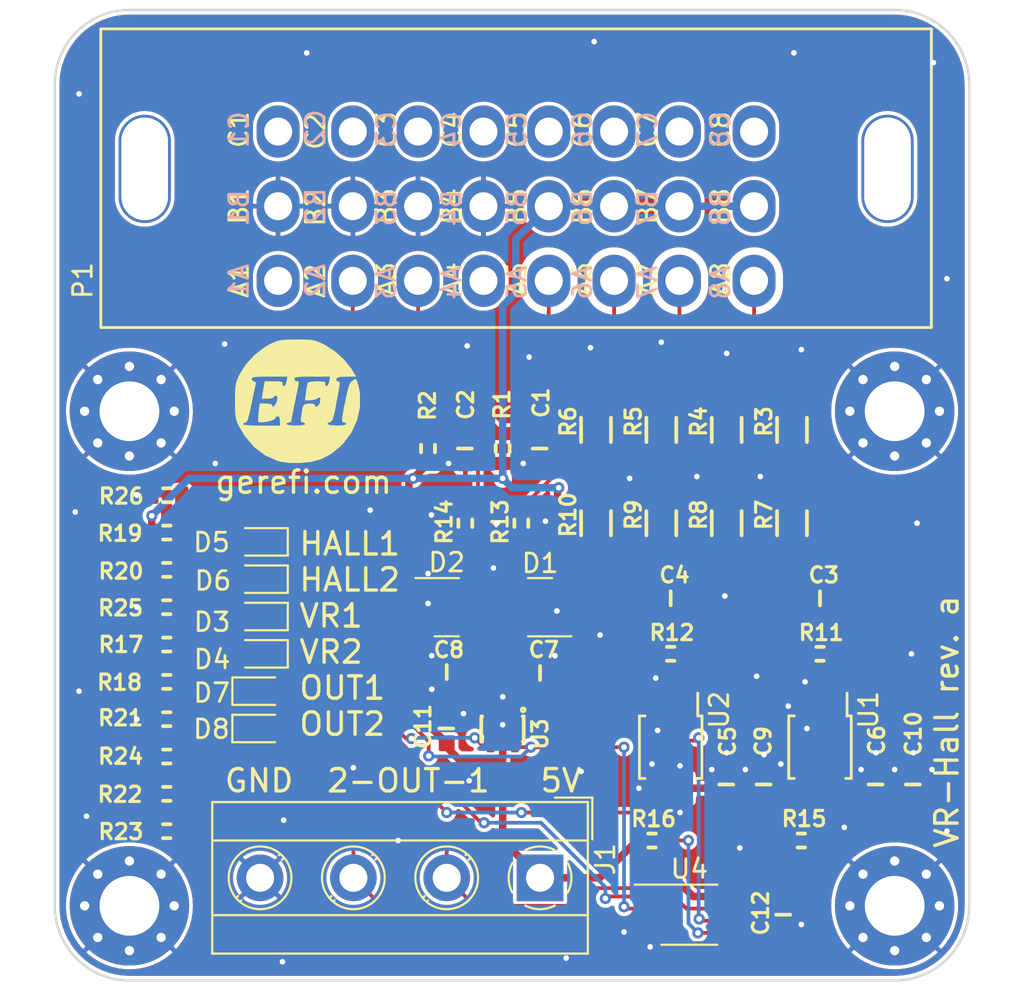
<source format=kicad_pcb>
(kicad_pcb (version 20221018) (generator pcbnew)
  (title_block (title "GDI 4ch") (date "2023-05-14") (rev "Rev. d") (company "http://gerefi.com/"))
  (layers (0 "F.Cu" signal) (31 "B.Cu" signal) (34 "B.Paste" user) (35 "F.Paste" user) (36 "B.SilkS" user "B.Silkscreen") (37 "F.SilkS" user "F.Silkscreen") (38 "B.Mask" user) (39 "F.Mask" user) (44 "Edge.Cuts" user))
  (net 0 "")
  (net 1 "/IN_HALL1")
  (net 2 "GND")
  (net 3 "/IN_HALL2")
  (net 4 "Net-(U1-IN-)")
  (net 5 "Net-(U1-IN+)")
  (net 6 "Net-(U2-IN-)")
  (net 7 "Net-(U2-IN+)")
  (net 8 "+5V")
  (net 9 "Net-(C7-Pad1)")
  (net 10 "Net-(C8-Pad1)")
  (net 11 "/VR1")
  (net 12 "Net-(D3-A)")
  (net 13 "/VR2")
  (net 14 "Net-(D4-A)")
  (net 15 "/HALL1")
  (net 16 "/HALL2")
  (net 17 "Net-(D7-K)")
  (net 18 "/OUT1")
  (net 19 "Net-(D8-K)")
  (net 20 "/OUT2")
  (net 23 "/IN_VR2-")
  (net 24 "/IN_VR2+")
  (net 25 "/IN_VR1-")
  (net 26 "/IN_VR1+")
  (net 35 "Net-(R3-Pad1)")
  (net 36 "Net-(R4-Pad1)")
  (net 37 "Net-(R5-Pad1)")
  (net 38 "Net-(R10-Pad2)")
  (net 43 "Net-(D5-A)")
  (net 44 "Net-(D6-A)")
  (footprint "Package_SO:MSOP-10_3x3mm_P0.5mm" (layer "F.Cu") (at 111 131.5 -90)
    (fp_text reference "U1")
    (fp_text value "MAX9924UAUB+")
  )
  (footprint "hellen-one-common:C0603" (layer "F.Cu") (at 111 123.5)
    (fp_text reference "C3")
    (fp_text value "1n" hide)
  )
  (footprint "LED_SMD:LED_0603_1608Metric" (layer "F.Cu") (at 81 130.5)
    (fp_text reference "D8")
    (fp_text value "GREEN")
  )
  (footprint "hellen-one-common:R1206" (layer "F.Cu") (at 99 114.5 90)
    (fp_text reference "R6")
    (fp_text value "4.7k" hide)
  )
  (footprint "hellen-one-common:R0603" (layer "F.Cu") (at 76 134 180)
    (fp_text reference "R22")
    (fp_text value "10k" hide)
  )
  (footprint "hellen-one-common:R0603" (layer "F.Cu") (at 102 136.5 180)
    (fp_text reference "R16")
    (fp_text value "10k" hide)
  )
  (footprint "hellen-one-common:R0603" (layer "F.Cu") (at 76 130 180)
    (fp_text reference "R21")
    (fp_text value "10k" hide)
  )
  (footprint "hellen-one-common:R0603" (layer "F.Cu") (at 110 136.5 180)
    (fp_text reference "R15")
    (fp_text value "10k" hide)
  )
  (footprint "hellen-one-common:C0603" (layer "F.Cu") (at 103 123.5)
    (fp_text reference "C4")
    (fp_text value "1n" hide)
  )
  (footprint "hellen-one-common:C0603" (layer "F.Cu") (at 109 140.475 90)
    (fp_text reference "C12")
    (fp_text value "100n" hide)
  )
  (footprint "hellen-one-common:R0603" (layer "F.Cu") (at 76 120 180)
    (fp_text reference "R19")
    (fp_text value "10k" hide)
  )
  (footprint "hellen-one-common:SOT-363" (layer "F.Cu") (at 94 130.5 -90)
    (fp_text reference "U3")
    (fp_text value "74HC2G17GW")
  )
  (footprint "hellen-one-common:R0603" (layer "F.Cu") (at 76 128 180)
    (fp_text reference "R18")
    (fp_text value "10k" hide)
  )
  (footprint "hellen-one-common:R1206" (layer "F.Cu") (at 109.5 119.5 90)
    (fp_text reference "R7")
    (fp_text value "4.7k" hide)
  )
  (footprint "MountingHole:MountingHole_3.2mm_M3_Pad_Via" (layer "F.Cu") (at 74 140)
    (fp_text reference "H4" hide)
    (fp_text value "MountingHole_Pad")
  )
  (footprint "hellen-one-common:R0603" (layer "F.Cu") (at 111 126.5)
    (fp_text reference "R11")
    (fp_text value "DNP" hide)
  )
  (footprint "hellen-one-common:R0603" (layer "F.Cu") (at 90 115.5 90)
    (fp_text reference "R2")
    (fp_text value "4.7k" hide)
  )
  (footprint "hellen-one-common:R0603" (layer "F.Cu") (at 76 136 180)
    (fp_text reference "R23")
    (fp_text value "DNP" hide)
  )
  (footprint "hellen-one-common:R0603" (layer "F.Cu") (at 94 115.5 90)
    (fp_text reference "R1")
    (fp_text value "4.7k" hide)
  )
  (footprint "hellen-one-common:R1206" (layer "F.Cu") (at 109.5 114.5 90)
    (fp_text reference "R3")
    (fp_text value "4.7k" hide)
  )
  (footprint "hellen-one-common:R0603" (layer "F.Cu") (at 76 118 180)
    (fp_text reference "R26")
    (fp_text value "DNP" hide)
  )
  (footprint "TerminalBlock_MetzConnect:TerminalBlock_MetzConnect_Type055_RT01504HDWU_1x04_P5.00mm_Horizontal" (layer "F.Cu") (at 96 138.5 180)
    (fp_text reference "J1")
    (fp_text value "DNP")
  )
  (footprint "hellen-one-common:R0603" (layer "F.Cu") (at 76 122 180)
    (fp_text reference "R20")
    (fp_text value "10k" hide)
  )
  (footprint "LED_SMD:LED_0603_1608Metric" (layer "F.Cu") (at 81 126.5 180)
    (fp_text reference "D4")
    (fp_text value "GREEN")
  )
  (footprint "LED_SMD:LED_0603_1608Metric" (layer "F.Cu") (at 81 122.5 180)
    (fp_text reference "D6")
    (fp_text value "GREEN")
  )
  (footprint "hellen-one-common:C0603" (layer "F.Cu") (at 91 130.5 -90)
    (fp_text reference "C11")
    (fp_text value "100n" hide)
  )
  (footprint "LED_SMD:LED_0603_1608Metric" (layer "F.Cu") (at 81 128.5)
    (fp_text reference "D7")
    (fp_text value "GREEN")
  )
  (footprint "Package_SO:MSOP-8_3x3mm_P0.65mm" (layer "F.Cu") (at 104 140.475)
    (fp_text reference "U4")
    (fp_text value "74LVC2G86")
  )
  (footprint "hellen-one-common:R1206" (layer "F.Cu") (at 106 119.5 90)
    (fp_text reference "R8")
    (fp_text value "4.7k" hide)
  )
  (footprint "hellen-one-common:C0603" (layer "F.Cu") (at 108 133.5 -90)
    (fp_text reference "C9")
    (fp_text value "22u" hide)
  )
  (footprint "hellen-one-common:R0603" (layer "F.Cu") (at 95 119.5 90)
    (fp_text reference "R13")
    (fp_text value "4.7k" hide)
  )
  (footprint "hellen-one-common:C0603" (layer "F.Cu") (at 96 115.5 -90)
    (fp_text reference "C1")
    (fp_text value "1n" hide)
  )
  (footprint "hellen-one-common:C0603" (layer "F.Cu") (at 114 133.5 -90)
    (fp_text reference "C6")
    (fp_text value "100n" hide)
  )
  (footprint "Package_SO:MSOP-10_3x3mm_P0.5mm" (layer "F.Cu") (at 103 131.5 -90)
    (fp_text reference "U2")
    (fp_text value "MAX9924UAUB+")
  )
  (footprint "MountingHole:MountingHole_3.2mm_M3_Pad_Via" (layer "F.Cu") (at 74 113.5)
    (fp_text reference "H1" hide)
    (fp_text value "MountingHole_Pad")
  )
  (footprint "hellen-one-common:C0603" (layer "F.Cu") (at 92 115.5 -90)
    (fp_text reference "C2")
    (fp_text value "1n" hide)
  )
  (footprint "hellen-one-common:C0603" (layer "F.Cu") (at 106 133.5 -90)
    (fp_text reference "C5")
    (fp_text value "100n" hide)
  )
  (footprint "hellen-one-common:C0603" (layer "F.Cu") (at 96 127.5)
    (fp_text reference "C7")
    (fp_text value "1n" hide)
  )
  (footprint "hellen-one-common:R0603" (layer "F.Cu") (at 92 119.5 90)
    (fp_text reference "R14")
    (fp_text value "4.7k" hide)
  )
  (footprint "hellen-one-common:R0603" (layer "F.Cu") (at 76 132 180)
    (fp_text reference "R24")
    (fp_text value "DNP" hide)
  )
  (footprint "hellen-one-common:R1206" (layer "F.Cu") (at 102.5 119.5 90)
    (fp_text reference "R9")
    (fp_text value "4.7k" hide)
  )
  (footprint "hellen-one-common:R0603" (layer "F.Cu") (at 76 126 180)
    (fp_text reference "R17")
    (fp_text value "10k" hide)
  )
  (footprint "hellen-one-common:C0603" (layer "F.Cu") (at 116 133.5 -90)
    (fp_text reference "C10")
    (fp_text value "22u" hide)
  )
  (footprint "MountingHole:MountingHole_3.2mm_M3_Pad_Via" (layer "F.Cu") (at 115 113.5)
    (fp_text reference "H2" hide)
    (fp_text value "MountingHole_Pad")
  )
  (footprint "hellen-one-common:R1206" (layer "F.Cu") (at 102.5 114.5 90)
    (fp_text reference "R5")
    (fp_text value "4.7k" hide)
  )
  (footprint "kicad6-libraries:33311-24AW-2" (layer "F.Cu") (at 81.9675 106.516)
    (fp_text reference "P1")
    (fp_text value "33311-24AW-2")
  )
  (footprint "LED_SMD:LED_0603_1608Metric" (layer "F.Cu") (at 81 124.5 180)
    (fp_text reference "D3")
    (fp_text value "GREEN")
  )
  (footprint "MountingHole:MountingHole_3.2mm_M3_Pad_Via" (layer "F.Cu") (at 115 140)
    (fp_text reference "H3" hide)
    (fp_text value "MountingHole_Pad")
  )
  (footprint "Package_TO_SOT_SMD:SOT-23" (layer "F.Cu") (at 96 124 180)
    (fp_text reference "D1")
    (fp_text value "BAT54S")
  )
  (footprint "hellen-one-common:R0603" (layer "F.Cu") (at 76 124 180)
    (fp_text reference "R25")
    (fp_text value "DNP" hide)
  )
  (footprint "hellen-one-common:R1206" (layer "F.Cu") (at 99 119.5 90)
    (fp_text reference "R10")
    (fp_text value "4.7k" hide)
  )
  (footprint "hellen-one-common:R0603" (layer "F.Cu") (at 103 126.5)
    (fp_text reference "R12")
    (fp_text value "DNP" hide)
  )
  (footprint "kicad6-libraries:gerefi_logo" (layer "F.Cu") (at 83 113)
    (fp_text reference "G1" hide)
    (fp_text value "gerefi_LOGO" hide)
  )
  (footprint "LED_SMD:LED_0603_1608Metric" (layer "F.Cu") (at 81 120.5 180)
    (fp_text reference "D5")
    (fp_text value "GREEN")
  )
  (footprint "hellen-one-common:R1206" (layer "F.Cu") (at 106 114.5 90)
    (fp_text reference "R4")
    (fp_text value "4.7k" hide)
  )
  (footprint "Package_TO_SOT_SMD:SOT-23" (layer "F.Cu") (at 91 124)
    (fp_text reference "D2")
    (fp_text value "BAT54S")
  )
  (footprint "hellen-one-common:C0603" (layer "F.Cu") (at 91 127.5 180)
    (fp_text reference "C8")
    (fp_text value "1n" hide)
  )
  (gr_arc (start 70 96) (mid 71.171573 93.171573) (end 74 92) (stroke (width 0.127)) (layer "Edge.Cuts"))
  (gr_arc (start 119 140) (mid 117.828427 142.828427) (end 115 144) (stroke (width 0.127)) (layer "Edge.Cuts"))
  (gr_line (start 74 92) (end 115 92) (stroke (width 0.127)) (layer "Edge.Cuts"))
  (gr_arc (start 74 144) (mid 71.171573 142.828427) (end 70 140) (stroke (width 0.127)) (layer "Edge.Cuts"))
  (gr_line (start 74 144) (end 115 144) (stroke (width 0.127)) (layer "Edge.Cuts"))
  (gr_arc (start 115 92) (mid 117.828427 93.171573) (end 119 96) (stroke (width 0.127)) (layer "Edge.Cuts"))
  (gr_line (start 70 140) (end 70 96) (stroke (width 0.127)) (layer "Edge.Cuts"))
  (gr_line (start 119 96) (end 119 140) (stroke (width 0.127)) (layer "Edge.Cuts"))
  (gr_text "HALL1\nHALL2\nVR1\nVR2\nOUT1\nOUT2" (at 83 130.96457) (layer "F.SilkS") (effects (font (size 1.2 1.2) (thickness 0.18)) (justify left bottom)))
  (gr_text "gerefi.com" (at 78.5 118) (layer "F.SilkS") (effects (font (size 1.2 1.2) (thickness 0.18)) (justify left bottom)))
  (gr_text "GND  2-OUT-1   5V" (at 79 134) (layer "F.SilkS") (effects (font (size 1.2 1.2) (thickness 0.18)) (justify left bottom)))
  (gr_text "VR-Hall rev. a" (at 118.5 137 90) (layer "F.SilkS") (effects (font (size 1.2 1.2) (thickness 0.18)) (justify left bottom)))
  (segment (start 96.675 117.025) (end 95 118.7) (width 0.2) (layer "F.Cu") (net 1))
  (segment (start 96 114.709999) (end 94.009999 114.709999) (width 0.2) (layer "F.Cu") (net 1))
  (segment (start 94.009999 114.709999) (end 94 114.7) (width 0.2) (layer "F.Cu") (net 1))
  (segment (start 89.4675 110.1675) (end 94 114.7) (width 0.2) (layer "F.Cu") (net 1))
  (segment (start 96.675 115.384999) (end 96.675 117.025) (width 0.2) (layer "F.Cu") (net 1))
  (segment (start 89.4675 106.516) (end 89.4675 110.1675) (width 0.2) (layer "F.Cu") (net 1))
  (segment (start 96 114.709999) (end 96.675 115.384999) (width 0.2) (layer "F.Cu") (net 1))
  (via (at 90 122.2) (size 0.6) (drill 0.3) (layers "F.Cu" "B.Cu") (net 2))
  (via (at 106 110.4) (size 0.6) (drill 0.3) (layers "F.Cu" "B.Cu") (net 2))
  (via (at 90.2 128.4) (size 0.6) (drill 0.3) (layers "F.Cu" "B.Cu") (net 2))
  (via (at 82.2 143) (size 0.6) (drill 0.3) (layers "F.Cu" "B.Cu") (net 2))
  (via (at 86.9 118.8) (size 0.6) (drill 0.3) (layers "F.Cu" "B.Cu") (net 2))
  (via (at 93.7 119.5) (size 0.6) (drill 0.3) (layers "F.Cu" "B.Cu") (net 2))
  (via (at 94 128.8) (size 0.6) (drill 0.3) (layers "F.Cu" "B.Cu") (net 2))
  (via (at 96.288 119.391801) (size 0.6) (drill 0.3) (layers "F.Cu" "B.Cu") (net 2))
  (via (at 74.4 118) (size 0.6) (drill 0.3) (layers "F.Cu" "B.Cu") (net 2))
  (via (at 95.1 116.3) (size 0.6) (drill 0.3) (layers "F.Cu" "B.Cu") (net 2))
  (via (at 93.5 121.9) (size 0.6) (drill 0.3) (layers "F.Cu" "B.Cu") (net 2))
  (via (at 79.1 109.9) (size 0.6) (drill 0.3) (layers "F.Cu" "B.Cu") (net 2))
  (via (at 91.9 129.7) (size 0.6) (drill 0.3) (layers "F.Cu" "B.Cu") (net 2))
  (via (at 92.1 110) (size 0.6) (drill 0.3) (layers "F.Cu" "B.Cu") (net 2))
  (via (at 96.8 126.6) (size 0.6) (drill 0.3) (layers "F.Cu" "B.Cu") (net 2))
  (via (at 74.4 130) (size 0.6) (drill 0.3) (layers "F.Cu" "B.Cu") (net 2))
  (via (at 116 131.8) (size 0.6) (drill 0.3) (layers "F.Cu" "B.Cu") (net 2))
  (via (at 91.1 116.3) (size 0.6) (drill 0.3) (layers "F.Cu" "B.Cu") (net 2))
  (via (at 98.7 110.1) (size 0.6) (drill 0.3) (layers "F.Cu" "B.Cu") (net 2))
  (via (at 106 131.8) (size 0.6) (drill 0.3) (layers "F.Cu" "B.Cu") (net 2))
  (via (at 82.263524 135.412469) (size 0.6) (drill 0.3) (layers "F.Cu" "B.Cu") (net 2))
  (via (at 113.2 132.7) (size 0.6) (drill 0.3) (layers "F.Cu" "B.Cu") (net 2))
  (via (at 90.2 126.6) (size 0.6) (drill 0.3) (layers "F.Cu" "B.Cu") (net 2))
  (via (at 97.4 142.8) (size 0.6) (drill 0.3) (layers "F.Cu" "B.Cu") (net 2))
  (via (at 110.2 128) (size 0.6) (drill 0.3) (layers "F.Cu" "B.Cu") (net 2))
  (via (at 117.074117 94.822643) (size 0.6) (drill 0.3) (layers "F.Cu" "B.Cu") (net 2))
  (via (at 109.3 129.3) (size 0.6) (drill 0.3) (layers "F.Cu" "B.Cu") (net 2))
  (via (at 71.7 135.2) (size 0.6) (drill 0.3) (layers "F.Cu" "B.Cu") (net 2))
  (via (at 110 141) (size 0.6) (drill 0.3) (layers "F.Cu" "B.Cu") (net 2))
  (via (at 99.217348 125.493297) (size 0.6) (drill 0.3) (layers "F.Cu" "B.Cu") (net 2))
  (via (at 107 132.7) (size 0.6) (drill 0.3) (layers "F.Cu" "B.Cu") (net 2))
  (via (at 88.4 136.5) (size 0.6) (drill 0.3) (layers "F.Cu" "B.Cu") (net 2))
  (via (at 103.5 132.5) (size 0.6) (drill 0.3) (layers "F.Cu" "B.Cu") (net 2))
  (via (at 98.2 132.8) (size 0.6) (drill 0.3) (layers "F.Cu" "B.Cu") (net 2))
  (via (at 71.3 128.5) (size 0.6) (drill 0.3) (layers "F.Cu" "B.Cu") (net 2))
  (via (at 100.5 141.4) (size 0.6) (drill 0.3) (layers "F.Cu" "B.Cu") (net 2))
  (via (at 117 132.7) (size 0.6) (drill 0.3) (layers "F.Cu" "B.Cu") (net 2))
  (via (at 96.9 124.2) (size 0.6) (drill 0.3) (layers "F.Cu" "B.Cu") (net 2))
  (via (at 92.2 133.3) (size 0.6) (drill 0.3) (layers "F.Cu" "B.Cu") (net 2))
  (via (at 112.3 135.8) (size 0.6) (drill 0.3) (layers "F.Cu" "B.Cu") (net 2))
  (via (at 101.3 133.7) (size 0.6) (drill 0.3) (layers "F.Cu" "B.Cu") (net 2))
  (via (at 114 131.8) (size 0.6) (drill 0.3) (layers "F.Cu" "B.Cu") (net 2))
  (via (at 74.4 124) (size 0.6) (drill 0.3) (layers "F.Cu" "B.Cu") (net 2))
  (via (at 90.179839 119.058798) (size 0.6) (drill 0.3) (layers "F.Cu" "B.Cu") (net 2))
  (via (at 117.8 106.4) (size 0.6) (drill 0.3) (layers "F.Cu" "B.Cu") (net 2))
  (via (at 117.8 136) (size 0.6) (drill 0.3) (layers "F.Cu" "B.Cu") (net 2))
  (via (at 71.3 96.5) (size 0.6) (drill 0.3) (layers "F.Cu" "B.Cu") (net 2))
  (via (at 78.6 116.3) (size 0.6) (drill 0.3) (layers "F.Cu" "B.Cu") (net 2))
  (via (at 116.2 119.5) (size 0.6) (drill 0.3) (layers "F.Cu" "B.Cu") (net 2))
  (via (at 102.5 109.8) (size 0.6) (drill 0.3) (layers "F.Cu" "B.Cu") (net 2))
  (via (at 105.9 123.4) (size 0.6) (drill 0.3) (layers "F.Cu" "B.Cu") (net 2))
  (via (at 90 123.8) (size 0.6) (drill 0.3) (layers "F.Cu" "B.Cu") (net 2))
  (via (at 86 132.6) (size 0.6) (drill 0.3) (layers "F.Cu" "B.Cu") (net 2))
  (via (at 103.5 135) (size 0.6) (drill 0.3) (layers "F.Cu" "B.Cu") (net 2))
  (via (at 102 132.4) (size 0.6) (drill 0.3) (layers "F.Cu" "B.Cu") (net 2))
  (via (at 110.3 130.5) (size 0.6) (drill 0.3) (layers "F.Cu" "B.Cu") (net 2))
  (via (at 102.3 130.6) (size 0.6) (drill 0.3) (layers "F.Cu" "B.Cu") (net 2))
  (via (at 101.9 142.2) (size 0.6) (drill 0.3) (layers "F.Cu" "B.Cu") (net 2))
  (via (at 71.1 118.9) (size 0.6) (drill 0.3) (layers "F.Cu" "B.Cu") (net 2))
  (via (at 95.41562 110.598878) (size 0.6) (drill 0.3) (layers "F.Cu" "B.Cu") (net 2))
  (via (at 110 110.2) (size 0.6) (drill 0.3) (layers "F.Cu" "B.Cu") (net 2))
  (via (at 108 131.9) (size 0.6) (drill 0.3) (layers "F.Cu" "B.Cu") (net 2))
  (via (at 104.4 117) (size 0.6) (drill 0.3) (layers "F.Cu" "B.Cu") (net 2))
  (via (at 94 130.3) (size 0.6) (drill 0.3) (layers "F.Cu" "B.Cu") (net 2))
  (via (at 105.2 132.7) (size 0.6) (drill 0.3) (layers "F.Cu" "B.Cu") (net 2))
  (via (at 108.9 132.4) (size 0.6) (drill 0.3) (layers "F.Cu" "B.Cu") (net 2))
  (via (at 109.6 94.3) (size 0.6) (drill 0.3) (layers "F.Cu" "B.Cu") (net 2))
  (via (at 106.7 136.9) (size 0.6) (drill 0.3) (layers "F.Cu" "B.Cu") (net 2))
  (via (at 115.9 126.5) (size 0.6) (drill 0.3) (layers "F.Cu" "B.Cu") (net 2))
  (via (at 107.8 117) (size 0.6) (drill 0.3) (layers "F.Cu" "B.Cu") (net 2))
  (via (at 102.2 127.8) (size 0.6) (drill 0.3) (layers "F.Cu" "B.Cu") (net 2))
  (via (at 115 132.7) (size 0.6) (drill 0.3) (layers "F.Cu" "B.Cu") (net 2))
  (via (at 107.6 127.7) (size 0.6) (drill 0.3) (layers "F.Cu" "B.Cu") (net 2))
  (via (at 100.8 117.1) (size 0.6) (drill 0.3) (layers "F.Cu" "B.Cu") (net 2))
  (via (at 98.9 93.7) (size 0.6) (drill 0.3) (layers "F.Cu" "B.Cu") (net 2))
  (via (at 83.5 94.3) (size 0.6) (drill 0.3) (layers "F.Cu" "B.Cu") (net 2))
  (segment (start 90 114.7) (end 85.9675 110.6675) (width 0.2) (layer "F.Cu") (net 3))
  (segment (start 92.675 115.384999) (end 92.675 118.025) (width 0.2) (layer "F.Cu") (net 3))
  (segment (start 92 114.709999) (end 90.009999 114.709999) (width 0.2) (layer "F.Cu") (net 3))
  (segment (start 90.009999 114.709999) (end 90 114.7) (width 0.2) (layer "F.Cu") (net 3))
  (segment (start 85.9675 110.6675) (end 85.9675 106.516) (width 0.2) (layer "F.Cu") (net 3))
  (segment (start 92.675 118.025) (end 92 118.7) (width 0.2) (layer "F.Cu") (net 3))
  (segment (start 92 114.709999) (end 92.675 115.384999) (width 0.2) (layer "F.Cu") (net 3))
  (segment (start 110.209999 123.5) (end 110.209999 126.490001) (width 0.2) (layer "F.Cu") (net 4))
  (segment (start 111.5 129.3) (end 111.5 127.8) (width 0.2) (layer "F.Cu") (net 4))
  (segment (start 110.209999 126.490001) (end 110.2 126.5) (width 0.2) (layer "F.Cu") (net 4))
  (segment (start 111.5 127.8) (end 110.2 126.5) (width 0.2) (layer "F.Cu") (net 4))
  (segment (start 108.54999 123.5) (end 110.209999 123.5) (width 0.2) (layer "F.Cu") (net 4))
  (segment (start 106 120.95001) (end 108.54999 123.5) (width 0.2) (layer "F.Cu") (net 4))
  (segment (start 109.5 121.209999) (end 111.790001 123.5) (width 0.2) (layer "F.Cu") (net 5))
  (segment (start 111.790001 126.490001) (end 111.8 126.5) (width 0.2) (layer "F.Cu") (net 5))
  (segment (start 109.5 120.95001) (end 109.5 121.209999) (width 0.2) (layer "F.Cu") (net 5))
  (segment (start 111.790001 123.5) (end 111.790001 126.490001) (width 0.2) (layer "F.Cu") (net 5))
  (segment (start 112 126.7) (end 112 129.3) (width 0.2) (layer "F.Cu") (net 5))
  (segment (start 111.8 126.5) (end 112 126.7) (width 0.2) (layer "F.Cu") (net 5))
  (segment (start 99 120.95001) (end 101.54999 123.5) (width 0.2) (layer "F.Cu") (net 6))
  (segment (start 102.2 123.509999) (end 102.209999 123.5) (width 0.2) (layer "F.Cu") (net 6))
  (segment (start 103.5 127.8) (end 102.2 126.5) (width 0.2) (layer "F.Cu") (net 6))
  (segment (start 102.2 126.5) (end 102.2 123.509999) (width 0.2) (layer "F.Cu") (net 6))
  (segment (start 103.5 129.3) (end 103.5 127.8) (width 0.2) (layer "F.Cu") (net 6))
  (segment (start 101.54999 123.5) (end 102.209999 123.5) (width 0.2) (layer "F.Cu") (net 6))
  (segment (start 102.5 120.95001) (end 103.790001 122.240011) (width 0.2) (layer "F.Cu") (net 7))
  (segment (start 103.790001 123.5) (end 103.790001 126.490001) (width 0.2) (layer "F.Cu") (net 7))
  (segment (start 103.790001 126.490001) (end 103.8 126.5) (width 0.2) (layer "F.Cu") (net 7))
  (segment (start 103.790001 122.240011) (end 103.790001 123.5) (width 0.2) (layer "F.Cu") (net 7))
  (segment (start 103.8 126.5) (end 104 126.7) (width 0.2) (layer "F.Cu") (net 7))
  (segment (start 104 126.7) (end 104 129.3) (width 0.2) (layer "F.Cu") (net 7))
  (segment (start 109 139.684999) (end 108.815001 139.5) (width 0.4) (layer "F.Cu") (net 8))
  (segment (start 75.8 122.6) (end 75.8 125.4) (width 0.2) (layer "F.Cu") (net 8))
  (segment (start 96 138.5) (end 94 136.5) (width 0.4) (layer "F.Cu") (net 8))
  (segment (start 91 131.5) (end 91 131.290001) (width 0.4) (layer "F.Cu") (net 8))
  (segment (start 93.875 132.125) (end 91.625 132.125) (width 0.4) (layer "F.Cu") (net 8))
  (segment (start 99.2 138.5) (end 96 138.5) (width 0.4) (layer "F.Cu") (net 8))
  (segment (start 76.2 133) (end 76.2 135) (width 0.2) (layer "F.Cu") (net 8))
  (segment (start 114 134.290001) (end 116 134.290001) (width 0.4) (layer "F.Cu") (net 8))
  (segment (start 111.85 132.5) (end 112 132.65) (width 0.4) (layer "F.Cu") (net 8))
  (segment (start 91.625 132.125) (end 91 131.5) (width 0.4) (layer "F.Cu") (net 8))
  (segment (start 94 117.1) (end 94 116.3) (width 0.4) (layer "F.Cu") (net 8))
  (segment (start 101.2 136.5) (end 99.2 138.5) (width 0.4) (layer "F.Cu") (net 8))
  (segment (start 94 132) (end 93.875 132.125) (width 0.4) (layer "F.Cu") (net 8))
  (segment (start 96.9375 117.6625) (end 97 117.6) (width 0.4) (layer "F.Cu") (net 8))
  (segment (start 75.2 132) (end 76.2 133) (width 0.2) (layer "F.Cu") (net 8))
  (segment (start 94 136.5) (end 94 131.45) (width 0.4) (layer "F.Cu") (net 8))
  (segment (start 75.2 120) (end 75.2 122) (width 0.2) (layer "F.Cu") (net 8))
  (segment (start 75.2 119.1) (end 75.2 120) (width 0.4) (layer "F.Cu") (net 8))
  (segment (start 106 134.290001) (end 108 134.290001) (width 0.4) (layer "F.Cu") (net 8))
  (segment (start 89.434999 125.577501) (end 90.0625 124.95) (width 0.4) (layer "F.Cu") (net 8))
  (segment (start 112 133.7) (end 113.409999 133.7) (width 0.4) (layer "F.Cu") (net 8))
  (segment (start 94 131.45) (end 94 132) (width 0.4) (layer "F.Cu") (net 8))
  (segment (start 113.409999 133.7) (end 114 134.290001) (width 0.4) (layer "F.Cu") (net 8))
  (segment (start 76.2 135) (end 75.2 136) (width 0.2) (layer "F.Cu") (net 8))
  (segment (start 109.2 139.484999) (end 109 139.684999) (width 0.4) (layer "F.Cu") (net 8))
  (segment (start 89.434999 129.299309) (end 89.434999 125.577501) (width 0.4) (layer "F.Cu") (net 8))
  (segment (start 104 133.7) (end 105.409999 133.7) (width 0.4) (layer "F.Cu") (net 8))
  (segment (start 105.409999 133.7) (end 106 134.290001) (width 0.4) (layer "F.Cu") (net 8))
  (segment (start 90.0625 124.95) (end 88.975 123.8625) (width 0.4) (layer "F.Cu") (net 8))
  (segment (start 96.9375 123.05) (end 96.9375 117.6625) (width 0.4) (layer "F.Cu") (net 8))
  (segment (start 88.975 117.325) (end 90 116.3) (width 0.4) (layer "F.Cu") (net 8))
  (segment (start 75.8 128.6) (end 75.8 131.4) (width 0.2) (layer "F.Cu") (net 8))
  (segment (start 108 134.290001) (end 108 135.3) (width 0.4) (layer "F.Cu") (net 8))
  (segment (start 89.449501 129.739502) (end 89.449501 129.313811) (width 0.4) (layer "F.Cu") (net 8))
  (segment (start 89.449501 129.313811) (end 89.434999 129.299309) (width 0.4) (layer "F.Cu") (net 8))
  (segment (start 75.2 128) (end 75.8 128.6) (width 0.2) (layer "F.Cu") (net 8))
  (segment (start 106.1125 139.5) (end 104.2 139.5) (width 0.4) (layer "F.Cu") (net 8))
  (segment (start 75.2 122) (end 75.8 122.6) (width 0.2) (layer "F.Cu") (net 8))
  (segment (start 91 131.290001) (end 89.449501 129.739502) (width 0.4) (layer "F.Cu") (net 8))
  (segment (start 112 132.65) (end 112 133.7) (width 0.4) (layer "F.Cu") (net 8))
  (segment (start 75.8 131.4) (end 75.2 132) (width 0.2) (layer "F.Cu") (net 8))
  (segment (start 104.2 139.5) (end 101.2 136.5) (width 0.4) (layer "F.Cu") (net 8))
  (segment (start 108 134.290001) (end 109.790001 132.5) (width 0.4) (layer "F.Cu") (net 8))
  (segment (start 109.790001 132.5) (end 111.85 132.5) (width 0.4) (layer "F.Cu") (net 8))
  (segment (start 109.2 136.5) (end 109.2 139.484999) (width 0.4) (layer "F.Cu") (net 8))
  (segment (start 108 135.3) (end 109.2 136.5) (width 0.4) (layer "F.Cu") (net 8))
  (segment (start 75.8 125.4) (end 75.2 126) (width 0.2) (layer "F.Cu") (net 8))
  (segment (start 75.2 126) (end 75.2 128) (width 0.2) (layer "F.Cu") (net 8))
  (segment (start 108.815001 139.5) (end 106.1125 139.5) (width 0.4) (layer "F.Cu") (net 8))
  (segment (start 88.975 123.8625) (end 88.975 117.325) (width 0.4) (layer "F.Cu") (net 8))
  (via (at 97 117.6) (size 0.6) (drill 0.3) (layers "F.Cu" "B.Cu") (net 8))
  (via (at 89.2 117.1) (size 0.6) (drill 0.3) (layers "F.Cu" "B.Cu") (net 8))
  (via (at 94 117.1) (size 0.6) (drill 0.3) (layers "F.Cu" "B.Cu") (net 8))
  (via (at 75.2 119.1) (size 0.6) (drill 0.3) (layers "F.Cu" "B.Cu") (net 8))
  (segment (start 89.2 117.1) (end 94 117.1) (width 0.4) (layer "B.Cu") (net 8))
  (segment (start 97 117.6) (end 94.5 117.6) (width 0.4) (layer "B.Cu") (net 8))
  (segment (start 94.7 107.15482) (end 94.7 104.2835) (width 0.4) (layer "B.Cu") (net 8))
  (segment (start 94.7 104.2835) (end 96.4675 102.516) (width 0.4) (layer "B.Cu") (net 8))
  (segment (start 77.2 117.1) (end 75.2 119.1) (width 0.4) (layer "B.Cu") (net 8))
  (segment (start 94.5 117.6) (end 94 117.1) (width 0.4) (layer "B.Cu") (net 8))
  (segment (start 94 107.85482) (end 94.7 107.15482) (width 0.4) (layer "B.Cu") (net 8))
  (segment (start 96.4675 102.516) (end 107.4675 102.516) (width 0.4) (layer "B.Cu") (net 8))
  (segment (start 89.2 117.1) (end 77.2 117.1) (width 0.4) (layer "B.Cu") (net 8))
  (segment (start 94 117.1) (end 94 107.85482) (width 0.4) (layer "B.Cu") (net 8))
  (segment (start 95.0625 124) (end 95.0625 127.352501) (width 0.2) (layer "F.Cu") (net 9))
  (segment (start 95.209999 127.5) (end 95.209999 128.990001) (width 0.2) (layer "F.Cu") (net 9))
  (segment (start 95.0625 120.3625) (end 95.0625 124) (width 0.2) (layer "F.Cu") (net 9))
  (segment (start 95.209999 128.990001) (end 94.65 129.55) (width 0.2) (layer "F.Cu") (net 9))
  (segment (start 95 120.3) (end 95.0625 120.3625) (width 0.2) (layer "F.Cu") (net 9))
  (segment (start 95.0625 127.352501) (end 95.209999 127.5) (width 0.2) (layer "F.Cu") (net 9))
  (segment (start 91.9375 127.352501) (end 91.790001 127.5) (width 0.2) (layer "F.Cu") (net 10))
  (segment (start 91.9375 124) (end 91.9375 127.352501) (width 0.2) (layer "F.Cu") (net 10))
  (segment (start 92 120.3) (end 92 123.9375) (width 0.2) (layer "F.Cu") (net 10))
  (segment (start 92 123.9375) (end 91.9375 124) (width 0.2) (layer "F.Cu") (net 10))
  (segment (start 91.790001 127.990001) (end 93.35 129.55) (width 0.2) (layer "F.Cu") (net 10))
  (segment (start 91.790001 127.5) (end 91.790001 127.990001) (width 0.2) (layer "F.Cu") (net 10))
  (segment (start 92.837 135.5495) (end 93 135.5495) (width 0.2) (layer "F.Cu") (net 11))
  (segment (start 110.5 136.2) (end 110.8 136.5) (width 0.2) (layer "F.Cu") (net 11))
  (segment (start 103.5 140.455025) (end 102.544975 139.5) (width 0.2) (layer "F.Cu") (net 11))
  (segment (start 102.544975 139.5) (end 101.8875 139.5) (width 0.2) (layer "F.Cu") (net 11))
  (segment (start 110 142) (end 104 142) (width 0.2) (layer "F.Cu") (net 11))
  (segment (start 104 142) (end 103.5 141.5) (width 0.2) (layer "F.Cu") (net 11))
  (segment (start 110.5 133.7) (end 110.5 136.2) (width 0.2) (layer "F.Cu") (net 11))
  (segment (start 101.8875 139.5) (end 99.605936 139.5) (width 0.2) (layer "F.Cu") (net 11))
  (segment (start 110.8 136.5) (end 110.8 141.2) (width 0.2) (layer "F.Cu") (net 11))
  (segment (start 81.7875 124.5) (end 92.837 135.5495) (width 0.2) (layer "F.Cu") (net 11))
  (segment (start 110.8 141.2) (end 110 142) (width 0.2) (layer "F.Cu") (net 11))
  (segment (start 103.5 141.5) (end 103.5 140.455025) (width 0.2) (layer "F.Cu") (net 11))
  (segment (start 99.605936 139.5) (end 99.5 139.605936) (width 0.2) (layer "F.Cu") (net 11))
  (via (at 93 135.5495) (size 0.6) (drill 0.3) (layers "F.Cu" "B.Cu") (net 11))
  (via (at 99.5 139.605936) (size 0.6) (drill 0.3) (layers "F.Cu" "B.Cu") (net 11))
  (segment (start 99.5 139) (end 99.5 139.605936) (width 0.2) (layer "B.Cu") (net 11))
  (segment (start 93 135.5495) (end 96.0495 135.5495) (width 0.2) (layer "B.Cu") (net 11))
  (segment (start 96.0495 135.5495) (end 99.5 139) (width 0.2) (layer "B.Cu") (net 11))
  (segment (start 80.2125 124.5) (end 78.3 124.5) (width 0.2) (layer "F.Cu") (net 12))
  (segment (start 78.3 124.5) (end 76.8 126) (width 0.2) (layer "F.Cu") (net 12))
  (segment (start 106.1125 141.45) (end 106.112 141.4505) (width 0.2) (layer "F.Cu") (net 13))
  (segment (start 95 135) (end 101.3 135) (width 0.2) (layer "F.Cu") (net 13))
  (segment (start 101.3 135) (end 102.8 136.5) (width 0.2) (layer "F.Cu") (net 13))
  (segment (start 82.5 126.5) (end 91 135) (width 0.2) (layer "F.Cu") (net 13))
  (segment (start 102.5 136.2) (end 102.8 136.5) (width 0.2) (layer "F.Cu") (net 13))
  (segment (start 102.8 136.5) (end 103.9505 136.5) (width 0.2) (layer "F.Cu") (net 13))
  (segment (start 102.5 133.7) (end 102.5 136.2) (width 0.2) (layer "F.Cu") (net 13))
  (segment (start 81.7875 126.5) (end 82.5 126.5) (width 0.2) (layer "F.Cu") (net 13))
  (segment (start 106.112 141.4505) (end 104.460976 141.4505) (width 0.2) (layer "F.Cu") (net 13))
  (via (at 103.9505 136.5) (size 0.6) (drill 0.3) (layers "F.Cu" "B.Cu") (net 13))
  (via (at 95 135) (size 0.6) (drill 0.3) (layers "F.Cu" "B.Cu") (net 13))
  (via (at 104.460976 141.4505) (size 0.6) (drill 0.3) (layers "F.Cu" "B.Cu") (net 13))
  (via (at 91 135) (size 0.6) (drill 0.3) (layers "F.Cu" "B.Cu") (net 13))
  (segment (start 103.9505 136.5) (end 103.9505 140.940024) (width 0.2) (layer "B.Cu") (net 13))
  (segment (start 91 135) (end 95 135) (width 0.2) (layer "B.Cu") (net 13))
  (segment (start 103.9505 140.940024) (end 104.460976 141.4505) (width 0.2) (layer "B.Cu") (net 13))
  (segment (start 76.8 128) (end 78.3 126.5) (width 0.2) (layer "F.Cu") (net 14))
  (segment (start 78.3 126.5) (end 80.2125 126.5) (width 0.2) (layer "F.Cu") (net 14))
  (segment (start 81.7875 120.5) (end 82.824501 121.537001) (width 0.2) (layer "F.Cu") (net 15))
  (segment (start 90.033951 131.192229) (end 90.033951 131.96934) (width 0.2) (layer "F.Cu") (net 15))
  (segment (start 95.5 131.5) (end 94.7 131.5) (width 0.2) (layer "F.Cu") (net 15))
  (segment (start 82.824501 121.537001) (end 82.824501 123.982779) (width 0.2) (layer "F.Cu") (net 15))
  (segment (start 100.5 131.5) (end 95.5 131.5) (width 0.2) (layer "F.Cu") (net 15))
  (segment (start 101.8875 140.15) (end 100.6005 140.15) (width 0.2) (layer "F.Cu") (net 15))
  (segment (start 94.7 131.5) (end 94.65 131.45) (width 0.2) (layer "F.Cu") (net 15))
  (segment (start 82.824501 123.982779) (end 90.033951 131.192229) (width 0.2) (layer "F.Cu") (net 15))
  (segment (start 100.6005 140.15) (end 100.5 140.0495) (width 0.2) (layer "F.Cu") (net 15))
  (via (at 100.5 131.5) (size 0.6) (drill 0.3) (layers "F.Cu" "B.Cu") (net 15))
  (via (at 100.5 140.0495) (size 0.6) (drill 0.3) (layers "F.Cu" "B.Cu") (net 15))
  (via (at 95.5 131.5) (size 0.6) (drill 0.3) (layers "F.Cu" "B.Cu") (net 15))
  (via (at 90.033951 131.96934) (size 0.6) (drill 0.3) (layers "F.Cu" "B.Cu") (net 15))
  (segment (start 90.064611 132) (end 90.033951 131.96934) (width 0.2) (layer "B.Cu") (net 15))
  (segment (start 95 132) (end 90.064611 132) (width 0.2) (layer "B.Cu") (net 15))
  (segment (start 100.5 131.5) (end 100.5 140.0495) (width 0.2) (layer "B.Cu") (net 15))
  (segment (start 95.5 131.5) (end 95 132) (width 0.2) (layer "B.Cu") (net 15))
  (segment (start 104.3505 131.1495) (end 102.072389 131.1495) (width 0.2) (layer "F.Cu") (net 16))
  (segment (start 92.95 131.45) (end 92.5 131) (width 0.2) (layer "F.Cu") (net 16))
  (segment (start 82.475 124.69323) (end 88.819822 131.038052) (width 0.2) (layer "F.Cu") (net 16))
  (segment (start 101.797889 130.875) (end 93.719878 130.875) (width 0.2) (layer "F.Cu") (net 16))
  (segment (start 106.1125 140.8) (end 104.621793 140.8) (width 0.2) (layer "F.Cu") (net 16))
  (segment (start 82.475 123.1875) (end 82.475 124.69323) (width 0.2) (layer "F.Cu") (net 16))
  (segment (start 104.5 131) (end 104.3505 131.1495) (width 0.2) (layer "F.Cu") (net 16))
  (segment (start 102.072389 131.1495) (end 101.797889 130.875) (width 0.2) (layer "F.Cu") (net 16))
  (segment (start 81.7875 122.5) (end 82.475 123.1875) (width 0.2) (layer "F.Cu") (net 16))
  (segment (start 93.35 131.244878) (end 93.35 131.45) (width 0.2) (layer "F.Cu") (net 16))
  (segment (start 88.819822 131.038052) (end 89.102663 131.038052) (width 0.2) (layer "F.Cu") (net 16))
  (segment (start 93.35 131.45) (end 92.95 131.45) (width 0.2) (layer "F.Cu") (net 16))
  (segment (start 93.719878 130.875) (end 93.35 131.244878) (width 0.2) (layer "F.Cu") (net 16))
  (segment (start 104.621793 140.8) (end 104.52558 140.703787) (width 0.2) (layer "F.Cu") (net 16))
  (via (at 89.102663 131.038052) (size 0.6) (drill 0.3) (layers "F.Cu" "B.Cu") (net 16))
  (via (at 104.5 131) (size 0.6) (drill 0.3) (layers "F.Cu" "B.Cu") (net 16))
  (via (at 104.52558 140.703787) (size 0.6) (drill 0.3) (layers "F.Cu" "B.Cu") (net 16))
  (via (at 92.5 131) (size 0.6) (drill 0.3) (layers "F.Cu" "B.Cu") (net 16))
  (segment (start 104.5 131) (end 104.5 140.678207) (width 0.2) (layer "B.Cu") (net 16))
  (segment (start 92.5 131) (end 89.140715 131) (width 0.2) (layer "B.Cu") (net 16))
  (segment (start 104.5 140.678207) (end 104.52558 140.703787) (width 0.2) (layer "B.Cu") (net 16))
  (segment (start 89.140715 131) (end 89.102663 131.038052) (width 0.2) (layer "B.Cu") (net 16))
  (segment (start 76.8 130) (end 78.3 128.5) (width 0.2) (layer "F.Cu") (net 17))
  (segment (start 76.8 132) (end 76.8 130) (width 0.2) (layer "F.Cu") (net 17))
  (segment (start 78.3 128.5) (end 80.2125 128.5) (width 0.2) (layer "F.Cu") (net 17))
  (segment (start 106.1125 140.15) (end 103.844975 140.15) (width 0.2) (layer "F.Cu") (net 18))
  (segment (start 97.5 140) (end 92.5 140) (width 0.2) (layer "F.Cu") (net 18))
  (segment (start 102.744975 139.05) (end 98.45 139.05) (width 0.2) (layer "F.Cu") (net 18))
  (segment (start 81.7875 128.5) (end 83 128.5) (width 0.2) (layer "F.Cu") (net 18))
  (segment (start 98.45 139.05) (end 97.5 140) (width 0.2) (layer "F.Cu") (net 18))
  (segment (start 91 136.5) (end 91 138.5) (width 0.2) (layer "F.Cu") (net 18))
  (segment (start 103.844975 140.15) (end 102.744975 139.05) (width 0.2) (layer "F.Cu") (net 18))
  (segment (start 92.5 140) (end 91 138.5) (width 0.2) (layer "F.Cu") (net 18))
  (segment (start 83 128.5) (end 91 136.5) (width 0.2) (layer "F.Cu") (net 18))
  (segment (start 76.8 133.9125) (end 80.2125 130.5) (width 0.2) (layer "F.Cu") (net 19))
  (segment (start 76.8 134) (end 76.8 133.9125) (width 0.2) (layer "F.Cu") (net 19))
  (segment (start 76.8 136) (end 76.8 134) (width 0.2) (layer "F.Cu") (net 19))
  (segment (start 88.3 140.8) (end 86 138.5) (width 0.2) (layer "F.Cu") (net 20))
  (segment (start 81.7875 130.5) (end 86 134.7125) (width 0.2) (layer "F.Cu") (net 20))
  (segment (start 101.8875 140.8) (end 88.3 140.8) (width 0.2) (layer "F.Cu") (net 20))
  (segment (start 86 134.7125) (end 86 138.5) (width 0.2) (layer "F.Cu") (net 20))
  (segment (start 96.4675 110.51749) (end 99 113.04999) (width 0.2) (layer "F.Cu") (net 23))
  (segment (start 96.4675 106.516) (end 96.4675 110.51749) (width 0.2) (layer "F.Cu") (net 23))
  (segment (start 99.9675 110.51749) (end 102.5 113.04999) (width 0.2) (layer "F.Cu") (net 24))
  (segment (start 99.9675 106.516) (end 99.9675 110.51749) (width 0.2) (layer "F.Cu") (net 24))
  (segment (start 103.4675 110.51749) (end 106 113.04999) (width 0.2) (layer "F.Cu") (net 25))
  (segment (start 103.4675 106.516) (end 103.4675 110.51749) (width 0.2) (layer "F.Cu") (net 25))
  (segment (start 107.4675 106.516) (end 107.4675 111.01749) (width 0.2) (layer "F.Cu") (net 26))
  (segment (start 107.4675 111.01749) (end 109.5 113.04999) (width 0.2) (layer "F.Cu") (net 26))
  (segment (start 109.5 115.95001) (end 109.5 118.04999) (width 0.2) (layer "F.Cu") (net 35))
  (segment (start 106 115.95001) (end 106 118.04999) (width 0.2) (layer "F.Cu") (net 36))
  (segment (start 102.5 115.95001) (end 102.5 118.04999) (width 0.2) (layer "F.Cu") (net 37))
  (segment (start 99 115.95001) (end 99 118.04999) (width 0.2) (layer "F.Cu") (net 38))
  (segment (start 76.8 120) (end 76.8 118) (width 0.2) (layer "F.Cu") (net 43))
  (segment (start 80.2125 120.5) (end 77.3 120.5) (width 0.2) (layer "F.Cu") (net 43))
  (segment (start 77.3 120.5) (end 76.8 120) (width 0.2) (layer "F.Cu") (net 43))
  (segment (start 76.8 124) (end 76.8 122) (width 0.2) (layer "F.Cu") (net 44))
  (segment (start 76.8 122) (end 79.7125 122) (width 0.2) (layer "F.Cu") (net 44))
  (segment (start 79.7125 122) (end 80.2125 122.5) (width 0.2) (layer "F.Cu") (net 44))
  (zone (net 2) (net_name "GND") (layers "F&B.Cu") (connect_pads (clearance 0.2)) (min_thickness 0.25) (fill yes (thermal_gap 0.2) (thermal_bridge_width 0.25))
    (polygon (pts (xy 70 91.5) (xy 119 91.5) (xy 119 144) (xy 70 144)))
  )
)
</source>
